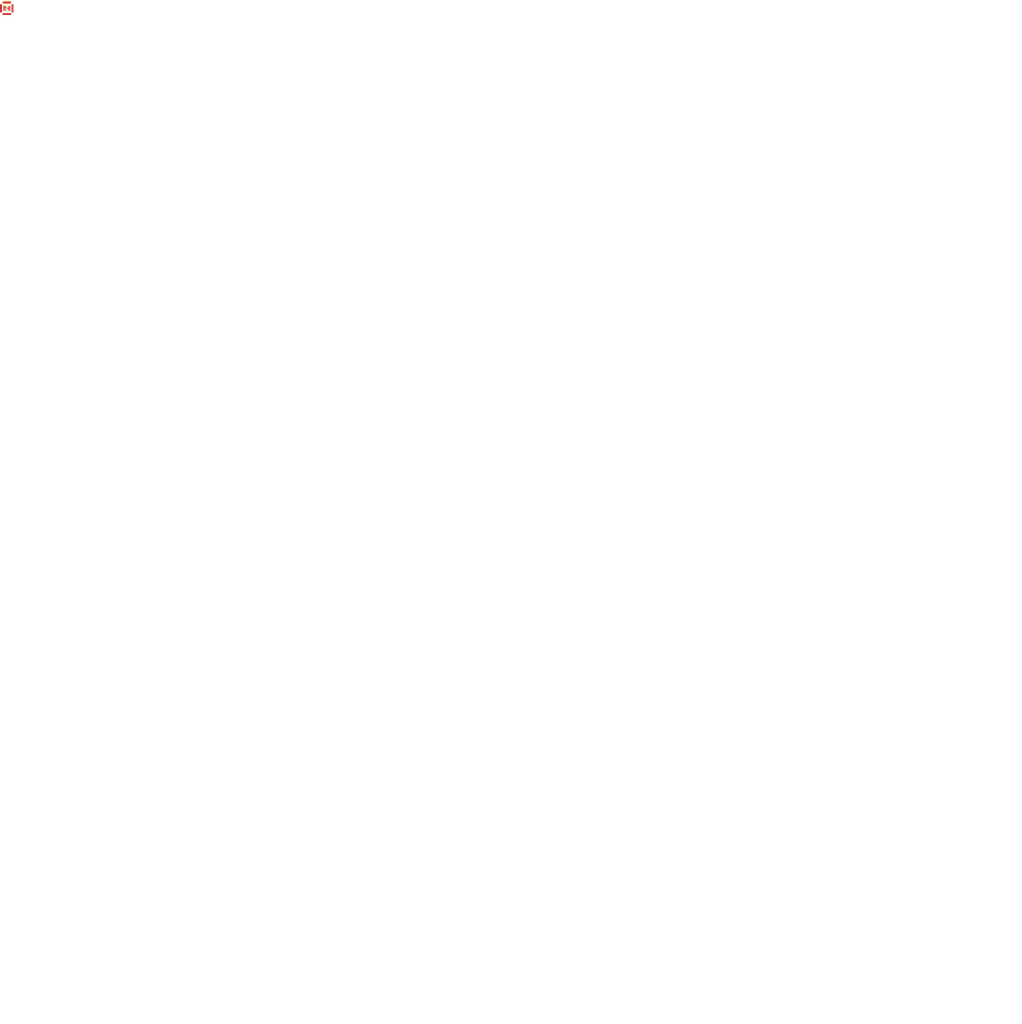
<source format=kicad_pcb>
(kicad_pcb (version 20241229) (generator "pcbnew") (generator_version "9.0")
  (layers (0 "F.Cu" signal) (2 "B.Cu" signal) (13 "F.Paste" user) (15 "B.Paste" user) (5 "F.SilkS" user "F.Silkscreen") (7 "B.SilkS" user "B.Silkscreen") (1 "F.Mask" user) (3 "B.Mask" user) (25 "Edge.Cuts" user))
  (net 0 "")
  (footprint "LQFP-64_10x10mm_P0.5mm" (layer "F.Cu") (at -1000 -1000)
    (property "Reference" "ENEMY5")
    (property "Value" "64-pin complex")
  )
  (footprint "SOIC-8_3.9x4.9mm_P1.27mm" (layer "F.Cu") (at -1000 -1000)
    (property "Reference" "UNK4")
    (property "Value" "8-pin fallback")
  )
  (footprint "LQFP-64_10x10mm_P0.5mm" (layer "F.Cu") (at -1000 -1000)
    (property "Reference" "ENEMY2")
    (property "Value" "64-pin complex")
  )
  (footprint "SOIC-8_3.9x4.9mm_P1.27mm" (layer "F.Cu") (at -1000 -1000)
    (property "Reference" "UNK0")
    (property "Value" "8-pin fallback")
  )
  (footprint "LQFP-64_10x10mm_P0.5mm" (layer "F.Cu") (at -1000 -1000)
    (property "Reference" "ENEMY6")
    (property "Value" "64-pin complex")
  )
  (footprint "LQFP-64_10x10mm_P0.5mm" (layer "F.Cu") (at -1000 -1000)
    (property "Reference" "ENEMY3")
    (property "Value" "64-pin complex")
  )
  (footprint "SOT-23" (layer "F.Cu") (at -1000 -1000)
    (property "Reference" "ITEM5")
    (property "Value" "3-pin small")
  )
  (footprint "SOIC-8_3.9x4.9mm_P1.27mm" (layer "F.Cu") (at -1000 -1000)
    (property "Reference" "UNK1")
    (property "Value" "8-pin fallback")
  )
  (footprint "SOT-23" (layer "F.Cu") (at -1000 -1000)
    (property "Reference" "ITEM3")
    (property "Value" "3-pin small")
  )
  (footprint "SOIC-8_3.9x4.9mm_P1.27mm" (layer "F.Cu") (at -1000 -1000)
    (property "Reference" "DECOR2")
    (property "Value" "8-pin flat")
  )
  (footprint "SOIC-8_3.9x4.9mm_P1.27mm" (layer "F.Cu") (at -1000 -1000)
    (property "Reference" "DECOR1")
    (property "Value" "8-pin flat")
  )
  (footprint "SOT-23" (layer "F.Cu") (at -1000 -1000)
    (property "Reference" "ITEM4")
    (property "Value" "3-pin small")
  )
  (footprint "SOT-23" (layer "F.Cu") (at -1000 -1000)
    (property "Reference" "ITEM0")
    (property "Value" "3-pin small")
  )
  (footprint "SOIC-8_3.9x4.9mm_P1.27mm" (layer "F.Cu") (at -1000 -1000)
    (property "Reference" "UNK3")
    (property "Value" "8-pin fallback")
  )
  (footprint "LQFP-64_10x10mm_P0.5mm" (layer "F.Cu") (at -1000 -1000)
    (property "Reference" "ENEMY9")
    (property "Value" "64-pin complex")
  )
  (footprint "SOIC-8_3.9x4.9mm_P1.27mm" (layer "F.Cu") (at -1000 -1000)
    (property "Reference" "UNK2")
    (property "Value" "8-pin fallback")
  )
  (footprint "LQFP-64_10x10mm_P0.5mm" (layer "F.Cu") (at -1000 -1000)
    (property "Reference" "ENEMY7")
    (property "Value" "64-pin complex")
  )
  (footprint "SOT-23" (layer "F.Cu") (at -1000 -1000)
    (property "Reference" "ITEM1")
    (property "Value" "3-pin small")
  )
  (footprint "LQFP-64_10x10mm_P0.5mm" (layer "F.Cu") (at -1000 -1000)
    (property "Reference" "ENEMY0")
    (property "Value" "64-pin complex")
  )
  (footprint "SOIC-8_3.9x4.9mm_P1.27mm" (layer "F.Cu") (at -1000 -1000)
    (property "Reference" "DECOR0")
    (property "Value" "8-pin flat")
  )
  (footprint "SOT-23" (layer "F.Cu") (at -1000 -1000)
    (property "Reference" "ITEM2")
    (property "Value" "3-pin small")
  )
  (footprint "LQFP-64_10x10mm_P0.5mm" (layer "F.Cu") (at -1000 -1000)
    (property "Reference" "ENEMY8")
    (property "Value" "64-pin complex")
  )
  (footprint "LQFP-64_10x10mm_P0.5mm" (layer "F.Cu") (at -1000 -1000)
    (property "Reference" "ENEMY4")
    (property "Value" "64-pin complex")
  )
  (footprint "LQFP-64_10x10mm_P0.5mm" (layer "F.Cu") (at -1000 -1000)
    (property "Reference" "ENEMY1")
    (property "Value" "64-pin complex")
  )
  (gr_text "" (at -1000 -1000 0) (layer "F.SilkS") (effects (font (size 2 2) (thickness 0.2))))
  (gr_text "" (at -1000 -1000 0) (layer "F.SilkS") (effects (font (size 2 2) (thickness 0.2))))
  (gr_text "" (at -1000 -1000 0) (layer "F.SilkS") (effects (font (size 2 2) (thickness 0.2))))
  (gr_text "" (at -1000 -1000 0) (layer "F.SilkS") (effects (font (size 2 2) (thickness 0.2))))
  (gr_text "" (at -1000 -1000 0) (layer "F.SilkS") (effects (font (size 2 2) (thickness 0.2))))
  (gr_text "" (at -1000 -1000 0) (layer "F.SilkS") (effects (font (size 2 2) (thickness 0.2))))
  (gr_text "" (at -1000 -1000 0) (layer "F.SilkS") (effects (font (size 2 2) (thickness 0.2))))
  (gr_text "" (at -1000 -1000 0) (layer "F.SilkS") (effects (font (size 2 2) (thickness 0.2))))
  (gr_text "" (at -1000 -1000 0) (layer "F.SilkS") (effects (font (size 2 2) (thickness 0.2))))
  (gr_text "" (at -1000 -1000 0) (layer "F.SilkS") (effects (font (size 2 2) (thickness 0.2))))
  (segment (start 0 0) (end 0 0) (width 0.2) (layer "F.Cu") (net 0))
  (segment (start 0 0) (end 0 0) (width 0.2) (layer "F.Cu") (net 0))
  (segment (start 0 0) (end 0 0) (width 0.2) (layer "F.Cu") (net 0))
  (segment (start 0 0) (end 0 0) (width 0.2) (layer "F.Cu") (net 0))
  (segment (start 0 0) (end 0 0) (width 0.2) (layer "F.Cu") (net 0))
  (segment (start 0 0) (end 0 0) (width 0.2) (layer "F.Cu") (net 0))
  (segment (start 0 0) (end 0 0) (width 0.2) (layer "F.Cu") (net 0))
  (segment (start 0 0) (end 0 0) (width 0.2) (layer "F.Cu") (net 0))
  (segment (start 0 0) (end 0 0) (width 0.2) (layer "F.Cu") (net 0))
  (segment (start 0 0) (end 0 0) (width 0.2) (layer "F.Cu") (net 0))
  (segment (start 0 0) (end 0 0) (width 0.2) (layer "F.Cu") (net 0))
  (segment (start 0 0) (end 0 0) (width 0.2) (layer "F.Cu") (net 0))
  (segment (start 0 0) (end 0 0) (width 0.2) (layer "F.Cu") (net 0))
  (segment (start 0 0) (end 0 0) (width 0.2) (layer "F.Cu") (net 0))
  (segment (start 0 0) (end 0 0) (width 0.2) (layer "F.Cu") (net 0))
  (segment (start 0 0) (end 0 0) (width 0.2) (layer "F.Cu") (net 0))
  (segment (start 0 0) (end 0 0) (width 0.2) (layer "F.Cu") (net 0))
  (segment (start 0 0) (end 0 0) (width 0.2) (layer "F.Cu") (net 0))
  (segment (start 0 0) (end 0 0) (width 0.2) (layer "F.Cu") (net 0))
  (segment (start 0 0) (end 0 0) (width 0.2) (layer "F.Cu") (net 0))
  (segment (start 0 0) (end 0 0) (width 0.2) (layer "F.Cu") (net 0))
  (segment (start 0 0) (end 0 0) (width 0.2) (layer "F.Cu") (net 0))
  (segment (start 0 0) (end 0 0) (width 0.2) (layer "F.Cu") (net 0))
  (segment (start 0 0) (end 0 0) (width 0.2) (layer "F.Cu") (net 0))
  (segment (start 0 0) (end 0 0) (width 0.2) (layer "F.Cu") (net 0))
  (segment (start 0 0) (end 0 0) (width 0.2) (layer "F.Cu") (net 0))
  (segment (start 0 0) (end 0 0) (width 0.2) (layer "F.Cu") (net 0))
  (segment (start 0 0) (end 0 0) (width 0.2) (layer "F.Cu") (net 0))
  (segment (start 0 0) (end 0 0) (width 0.2) (layer "F.Cu") (net 0))
  (segment (start 0 0) (end 0 0) (width 0.2) (layer "F.Cu") (net 0))
  (segment (start 0 0) (end 0 0) (width 0.2) (layer "F.Cu") (net 0))
  (segment (start 0 0) (end 0 0) (width 0.2) (layer "F.Cu") (net 0))
  (segment (start 0 0) (end 0 0) (width 0.2) (layer "F.Cu") (net 0))
  (segment (start 0 0) (end 0 0) (width 0.2) (layer "F.Cu") (net 0))
  (segment (start 0 0) (end 0 0) (width 0.2) (layer "F.Cu") (net 0))
  (segment (start 0 0) (end 0 0) (width 0.2) (layer "F.Cu") (net 0))
  (segment (start 0 0) (end 0 0) (width 0.2) (layer "F.Cu") (net 0))
  (segment (start 0 0) (end 0 0) (width 0.2) (layer "F.Cu") (net 0))
  (segment (start 0 0) (end 0 0) (width 0.2) (layer "F.Cu") (net 0))
  (segment (start 0 0) (end 0 0) (width 0.2) (layer "F.Cu") (net 0))
  (segment (start 0 0) (end 0 0) (width 0.2) (layer "F.Cu") (net 0))
  (segment (start 0 0) (end 0 0) (width 0.2) (layer "F.Cu") (net 0))
  (segment (start 0 0) (end 0 0) (width 0.2) (layer "F.Cu") (net 0))
  (segment (start 0 0) (end 0 0) (width 0.2) (layer "F.Cu") (net 0))
  (segment (start 0 0) (end 0 0) (width 0.2) (layer "F.Cu") (net 0))
  (segment (start 0 0) (end 0 0) (width 0.2) (layer "F.Cu") (net 0))
  (segment (start 0 0) (end 0 0) (width 0.2) (layer "F.Cu") (net 0))
  (segment (start 0 0) (end 0 0) (width 0.2) (layer "F.Cu") (net 0))
  (segment (start 0 0) (end 0 0) (width 0.2) (layer "F.Cu") (net 0))
  (segment (start 0 0) (end 0 0) (width 0.2) (layer "F.Cu") (net 0))
  (segment (start 0 0) (end 0 0) (width 0.2) (layer "F.Cu") (net 0))
  (segment (start 0 0) (end 0 0) (width 0.2) (layer "F.Cu") (net 0))
  (segment (start 0 0) (end 0 0) (width 0.2) (layer "F.Cu") (net 0))
  (segment (start 0 0) (end 0 0) (width 0.2) (layer "F.Cu") (net 0))
  (segment (start 0 0) (end 0 0) (width 0.2) (layer "F.Cu") (net 0))
  (segment (start 0 0) (end 0 0) (width 0.2) (layer "F.Cu") (net 0))
  (segment (start 0 0) (end 0 0) (width 0.2) (layer "F.Cu") (net 0))
  (segment (start 0 0) (end 0 0) (width 0.2) (layer "F.Cu") (net 0))
  (segment (start 0 0) (end 0 0) (width 0.2) (layer "F.Cu") (net 0))
  (segment (start 0 0) (end 0 0) (width 0.2) (layer "F.Cu") (net 0))
  (segment (start 0 0) (end 0 0) (width 0.2) (layer "F.Cu") (net 0))
  (segment (start 0 0) (end 0 0) (width 0.2) (layer "F.Cu") (net 0))
  (segment (start 0 0) (end 0 0) (width 0.2) (layer "F.Cu") (net 0))
  (segment (start 0 0) (end 0 0) (width 0.2) (layer "F.Cu") (net 0))
  (segment (start 0 0) (end 0 0) (width 0.2) (layer "F.Cu") (net 0))
  (segment (start 0 0) (end 0 0) (width 0.2) (layer "F.Cu") (net 0))
  (segment (start 0 0) (end 0 0) (width 0.2) (layer "F.Cu") (net 0))
  (segment (start 0 0) (end 0 0) (width 0.2) (layer "F.Cu") (net 0))
  (segment (start 0 0) (end 0 0) (width 0.2) (layer "F.Cu") (net 0))
  (segment (start 0 0) (end 0 0) (width 0.2) (layer "F.Cu") (net 0))
  (segment (start 0 0) (end 0 0) (width 0.2) (layer "F.Cu") (net 0))
  (segment (start 0 0) (end 0 0) (width 0.2) (layer "F.Cu") (net 0))
  (segment (start 0 0) (end 0 0) (width 0.2) (layer "F.Cu") (net 0))
  (segment (start 0 0) (end 0 0) (width 0.2) (layer "F.Cu") (net 0))
  (segment (start 0 0) (end 0 0) (width 0.2) (layer "F.Cu") (net 0))
  (segment (start 0 0) (end 0 0) (width 0.2) (layer "F.Cu") (net 0))
  (segment (start 0 0) (end 0 0) (width 0.2) (layer "F.Cu") (net 0))
  (segment (start 0 0) (end 0 0) (width 0.2) (layer "F.Cu") (net 0))
  (segment (start 0 0) (end 0 0) (width 0.2) (layer "F.Cu") (net 0))
  (segment (start 0 0) (end 0 0) (width 0.2) (layer "F.Cu") (net 0))
  (segment (start 0 0) (end 0 0) (width 0.2) (layer "F.Cu") (net 0))
  (segment (start 0 0) (end 0 0) (width 0.2) (layer "F.Cu") (net 0))
  (segment (start 0 0) (end 0 0) (width 0.2) (layer "F.Cu") (net 0))
  (segment (start 0 0) (end 0 0) (width 0.2) (layer "F.Cu") (net 0))
  (segment (start 0 0) (end 0 0) (width 0.2) (layer "F.Cu") (net 0))
  (segment (start 0 0) (end 0 0) (width 0.2) (layer "F.Cu") (net 0))
  (segment (start 0 0) (end 0 0) (width 0.2) (layer "F.Cu") (net 0))
  (segment (start 0 0) (end 0 0) (width 0.2) (layer "F.Cu") (net 0))
  (segment (start 0 0) (end 0 0) (width 0.2) (layer "F.Cu") (net 0))
  (segment (start 0 0) (end 0 0) (width 0.2) (layer "F.Cu") (net 0))
  (segment (start 0 0) (end 0 0) (width 0.2) (layer "F.Cu") (net 0))
  (segment (start 0 0) (end 0 0) (width 0.2) (layer "F.Cu") (net 0))
  (segment (start 0 0) (end 0 0) (width 0.2) (layer "F.Cu") (net 0))
  (segment (start 0 0) (end 0 0) (width 0.2) (layer "F.Cu") (net 0))
  (segment (start 0 0) (end 0 0) (width 0.2) (layer "F.Cu") (net 0))
  (segment (start 0 0) (end 0 0) (width 0.2) (layer "F.Cu") (net 0))
  (segment (start 0 0) (end 0 0) (width 0.2) (layer "F.Cu") (net 0))
  (segment (start 0 0) (end 0 0) (width 0.2) (layer "F.Cu") (net 0))
  (segment (start 0 0) (end 0 0) (width 0.2) (layer "F.Cu") (net 0))
  (segment (start 0 0) (end 0 0) (width 0.2) (layer "F.Cu") (net 0))
  (via (at -1000 -1000) (size 0.6) (drill 0.4) (layers "F.Cu" "B.Cu") (net 0))
  (via (at -1000 -1000) (size 0.6) (drill 0.4) (layers "F.Cu" "B.Cu") (net 0))
  (via (at -1000 -1000) (size 0.6) (drill 0.4) (layers "F.Cu" "B.Cu") (net 0))
  (via (at -1000 -1000) (size 0.6) (drill 0.4) (layers "F.Cu" "B.Cu") (net 0))
  (via (at -1000 -1000) (size 0.6) (drill 0.4) (layers "F.Cu" "B.Cu") (net 0))
  (via (at -1000 -1000) (size 0.6) (drill 0.4) (layers "F.Cu" "B.Cu") (net 0))
  (via (at -1000 -1000) (size 0.6) (drill 0.4) (layers "F.Cu" "B.Cu") (net 0))
  (via (at -1000 -1000) (size 0.6) (drill 0.4) (layers "F.Cu" "B.Cu") (net 0))
  (via (at -1000 -1000) (size 0.6) (drill 0.4) (layers "F.Cu" "B.Cu") (net 0))
  (via (at -1000 -1000) (size 0.6) (drill 0.4) (layers "F.Cu" "B.Cu") (net 0))
  (via (at -1000 -1000) (size 0.6) (drill 0.4) (layers "F.Cu" "B.Cu") (net 0))
  (via (at -1000 -1000) (size 0.6) (drill 0.4) (layers "F.Cu" "B.Cu") (net 0))
  (via (at -1000 -1000) (size 0.6) (drill 0.4) (layers "F.Cu" "B.Cu") (net 0))
  (via (at -1000 -1000) (size 0.6) (drill 0.4) (layers "F.Cu" "B.Cu") (net 0))
  (via (at -1000 -1000) (size 0.6) (drill 0.4) (layers "F.Cu" "B.Cu") (net 0))
  (via (at -1000 -1000) (size 0.6) (drill 0.4) (layers "F.Cu" "B.Cu") (net 0))
  (via (at -1000 -1000) (size 0.6) (drill 0.4) (layers "F.Cu" "B.Cu") (net 0))
  (via (at -1000 -1000) (size 0.6) (drill 0.4) (layers "F.Cu" "B.Cu") (net 0))
  (via (at -1000 -1000) (size 0.6) (drill 0.4) (layers "F.Cu" "B.Cu") (net 0))
  (via (at -1000 -1000) (size 0.6) (drill 0.4) (layers "F.Cu" "B.Cu") (net 0))
  (via (at -1000 -1000) (size 0.6) (drill 0.4) (layers "F.Cu" "B.Cu") (net 0))
  (via (at -1000 -1000) (size 0.6) (drill 0.4) (layers "F.Cu" "B.Cu") (net 0))
  (via (at -1000 -1000) (size 0.6) (drill 0.4) (layers "F.Cu" "B.Cu") (net 0))
  (via (at -1000 -1000) (size 0.6) (drill 0.4) (layers "F.Cu" "B.Cu") (net 0))
  (via (at -1000 -1000) (size 0.6) (drill 0.4) (layers "F.Cu" "B.Cu") (net 0))
  (via (at -1000 -1000) (size 0.6) (drill 0.4) (layers "F.Cu" "B.Cu") (net 0))
  (via (at -1000 -1000) (size 0.6) (drill 0.4) (layers "F.Cu" "B.Cu") (net 0))
  (via (at -1000 -1000) (size 0.6) (drill 0.4) (layers "F.Cu" "B.Cu") (net 0))
  (via (at -1000 -1000) (size 0.6) (drill 0.4) (layers "F.Cu" "B.Cu") (net 0))
  (via (at -1000 -1000) (size 0.6) (drill 0.4) (layers "F.Cu" "B.Cu") (net 0))
  (via (at -1000 -1000) (size 0.6) (drill 0.4) (layers "F.Cu" "B.Cu") (net 0))
  (via (at -1000 -1000) (size 0.6) (drill 0.4) (layers "F.Cu" "B.Cu") (net 0))
  (via (at -1000 -1000) (size 0.6) (drill 0.4) (layers "F.Cu" "B.Cu") (net 0))
  (via (at -1000 -1000) (size 0.6) (drill 0.4) (layers "F.Cu" "B.Cu") (net 0))
  (via (at -1000 -1000) (size 0.6) (drill 0.4) (layers "F.Cu" "B.Cu") (net 0))
  (via (at -1000 -1000) (size 0.6) (drill 0.4) (layers "F.Cu" "B.Cu") (net 0))
  (via (at -1000 -1000) (size 0.6) (drill 0.4) (layers "F.Cu" "B.Cu") (net 0))
  (via (at -1000 -1000) (size 0.6) (drill 0.4) (layers "F.Cu" "B.Cu") (net 0))
  (via (at -1000 -1000) (size 0.6) (drill 0.4) (layers "F.Cu" "B.Cu") (net 0))
  (via (at -1000 -1000) (size 0.6) (drill 0.4) (layers "F.Cu" "B.Cu") (net 0))
  (via (at -1000 -1000) (size 0.6) (drill 0.4) (layers "F.Cu" "B.Cu") (net 0))
  (via (at -1000 -1000) (size 0.6) (drill 0.4) (layers "F.Cu" "B.Cu") (net 0))
  (via (at -1000 -1000) (size 0.6) (drill 0.4) (layers "F.Cu" "B.Cu") (net 0))
  (via (at -1000 -1000) (size 0.6) (drill 0.4) (layers "F.Cu" "B.Cu") (net 0))
  (via (at -1000 -1000) (size 0.6) (drill 0.4) (layers "F.Cu" "B.Cu") (net 0))
  (via (at -1000 -1000) (size 0.6) (drill 0.4) (layers "F.Cu" "B.Cu") (net 0))
  (via (at -1000 -1000) (size 0.6) (drill 0.4) (layers "F.Cu" "B.Cu") (net 0))
  (via (at -1000 -1000) (size 0.6) (drill 0.4) (layers "F.Cu" "B.Cu") (net 0))
  (via (at -1000 -1000) (size 0.6) (drill 0.4) (layers "F.Cu" "B.Cu") (net 0))
  (via (at -1000 -1000) (size 0.6) (drill 0.4) (layers "F.Cu" "B.Cu") (net 0))
)
</source>
